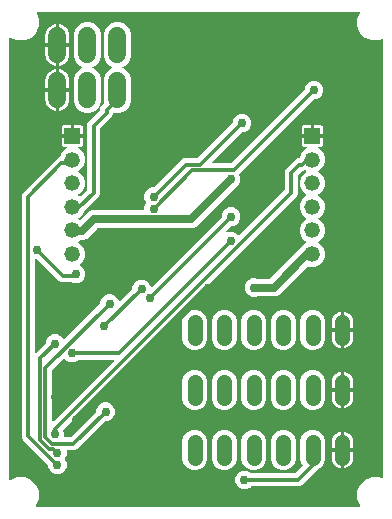
<source format=gbr>
G04 EAGLE Gerber X2 export*
%TF.Part,Single*%
%TF.FileFunction,Copper,L2,Bot,Mixed*%
%TF.FilePolarity,Positive*%
%TF.GenerationSoftware,Autodesk,EAGLE,9.1.0*%
%TF.CreationDate,2018-11-25T22:57:03Z*%
G75*
%MOMM*%
%FSLAX34Y34*%
%LPD*%
%AMOC8*
5,1,8,0,0,1.08239X$1,22.5*%
G01*
%ADD10R,1.320800X1.320800*%
%ADD11C,1.320800*%
%ADD12C,1.308000*%
%ADD13C,1.524000*%
%ADD14C,0.756400*%
%ADD15C,0.700000*%
%ADD16C,0.300000*%

G36*
X306632Y10172D02*
X306632Y10172D01*
X306704Y10174D01*
X306752Y10192D01*
X306804Y10200D01*
X306867Y10234D01*
X306935Y10259D01*
X306975Y10291D01*
X307021Y10316D01*
X307071Y10368D01*
X307127Y10412D01*
X307155Y10456D01*
X307190Y10494D01*
X307221Y10559D01*
X307259Y10619D01*
X307272Y10670D01*
X307294Y10717D01*
X307302Y10788D01*
X307320Y10858D01*
X307315Y10910D01*
X307321Y10961D01*
X307306Y11032D01*
X307300Y11103D01*
X307280Y11151D01*
X307269Y11202D01*
X307232Y11263D01*
X307204Y11329D01*
X307159Y11385D01*
X307157Y11390D01*
X304839Y16984D01*
X304839Y23016D01*
X307147Y28588D01*
X311412Y32853D01*
X316984Y35161D01*
X323016Y35161D01*
X325687Y34054D01*
X325731Y34044D01*
X325773Y34025D01*
X325850Y34016D01*
X325926Y33998D01*
X325972Y34002D01*
X326017Y33997D01*
X326094Y34014D01*
X326171Y34021D01*
X326213Y34040D01*
X326258Y34050D01*
X326325Y34090D01*
X326396Y34121D01*
X326430Y34152D01*
X326469Y34176D01*
X326520Y34235D01*
X326577Y34288D01*
X326599Y34328D01*
X326629Y34363D01*
X326658Y34435D01*
X326695Y34503D01*
X326704Y34548D01*
X326721Y34591D01*
X326736Y34727D01*
X326739Y34745D01*
X326738Y34750D01*
X326739Y34758D01*
X326739Y405242D01*
X326732Y405288D01*
X326734Y405334D01*
X326712Y405408D01*
X326700Y405485D01*
X326678Y405526D01*
X326665Y405570D01*
X326621Y405634D01*
X326584Y405702D01*
X326551Y405734D01*
X326525Y405772D01*
X326462Y405818D01*
X326406Y405872D01*
X326364Y405891D01*
X326328Y405919D01*
X326254Y405943D01*
X326183Y405975D01*
X326137Y405981D01*
X326094Y405995D01*
X326016Y405994D01*
X325939Y406003D01*
X325894Y405993D01*
X325848Y405992D01*
X325716Y405954D01*
X325698Y405950D01*
X325694Y405948D01*
X325687Y405946D01*
X323016Y404839D01*
X316984Y404839D01*
X311412Y407147D01*
X307147Y411412D01*
X304839Y416984D01*
X304839Y423016D01*
X306816Y427787D01*
X306826Y427831D01*
X306845Y427873D01*
X306854Y427950D01*
X306872Y428026D01*
X306867Y428072D01*
X306872Y428117D01*
X306856Y428194D01*
X306849Y428271D01*
X306830Y428313D01*
X306820Y428358D01*
X306780Y428425D01*
X306749Y428496D01*
X306718Y428530D01*
X306694Y428569D01*
X306635Y428620D01*
X306582Y428677D01*
X306542Y428699D01*
X306507Y428729D01*
X306435Y428758D01*
X306367Y428795D01*
X306322Y428804D01*
X306279Y428821D01*
X306143Y428836D01*
X306125Y428839D01*
X306120Y428838D01*
X306112Y428839D01*
X33888Y428839D01*
X33843Y428832D01*
X33797Y428834D01*
X33722Y428812D01*
X33645Y428800D01*
X33605Y428778D01*
X33560Y428765D01*
X33496Y428721D01*
X33428Y428684D01*
X33396Y428651D01*
X33358Y428625D01*
X33312Y428562D01*
X33258Y428506D01*
X33239Y428464D01*
X33212Y428428D01*
X33187Y428354D01*
X33155Y428283D01*
X33150Y428237D01*
X33135Y428194D01*
X33136Y428116D01*
X33128Y428039D01*
X33137Y427994D01*
X33138Y427948D01*
X33176Y427816D01*
X33180Y427798D01*
X33182Y427794D01*
X33184Y427787D01*
X35161Y423016D01*
X35161Y416984D01*
X32853Y411412D01*
X28588Y407147D01*
X23016Y404839D01*
X16984Y404839D01*
X11383Y407160D01*
X11350Y407190D01*
X11303Y407212D01*
X11261Y407243D01*
X11192Y407264D01*
X11127Y407294D01*
X11075Y407300D01*
X11026Y407315D01*
X10954Y407313D01*
X10883Y407321D01*
X10832Y407310D01*
X10780Y407309D01*
X10712Y407284D01*
X10642Y407269D01*
X10598Y407242D01*
X10549Y407224D01*
X10493Y407180D01*
X10431Y407143D01*
X10397Y407103D01*
X10357Y407071D01*
X10318Y407010D01*
X10271Y406956D01*
X10252Y406908D01*
X10224Y406864D01*
X10206Y406794D01*
X10179Y406728D01*
X10171Y406657D01*
X10163Y406625D01*
X10165Y406602D01*
X10161Y406561D01*
X10161Y33439D01*
X10172Y33368D01*
X10174Y33296D01*
X10192Y33248D01*
X10200Y33196D01*
X10234Y33133D01*
X10259Y33065D01*
X10291Y33025D01*
X10316Y32979D01*
X10368Y32929D01*
X10412Y32873D01*
X10456Y32845D01*
X10494Y32810D01*
X10559Y32779D01*
X10619Y32741D01*
X10670Y32728D01*
X10717Y32706D01*
X10788Y32698D01*
X10858Y32680D01*
X10910Y32685D01*
X10961Y32679D01*
X11032Y32694D01*
X11103Y32700D01*
X11151Y32720D01*
X11202Y32731D01*
X11263Y32768D01*
X11329Y32796D01*
X11385Y32841D01*
X11390Y32843D01*
X16984Y35161D01*
X23016Y35161D01*
X28588Y32853D01*
X32853Y28588D01*
X35161Y23016D01*
X35161Y16984D01*
X32840Y11383D01*
X32810Y11350D01*
X32788Y11303D01*
X32757Y11261D01*
X32736Y11192D01*
X32706Y11127D01*
X32700Y11075D01*
X32685Y11026D01*
X32687Y10954D01*
X32679Y10883D01*
X32690Y10832D01*
X32691Y10780D01*
X32716Y10712D01*
X32731Y10642D01*
X32758Y10598D01*
X32776Y10549D01*
X32820Y10493D01*
X32857Y10431D01*
X32897Y10397D01*
X32929Y10357D01*
X32990Y10318D01*
X33044Y10271D01*
X33092Y10252D01*
X33136Y10224D01*
X33206Y10206D01*
X33272Y10179D01*
X33343Y10171D01*
X33375Y10163D01*
X33398Y10165D01*
X33439Y10161D01*
X306561Y10161D01*
X306632Y10172D01*
G37*
%LPC*%
G36*
X49334Y37393D02*
X49334Y37393D01*
X46450Y38588D01*
X44243Y40795D01*
X43048Y43679D01*
X43048Y44902D01*
X43034Y44992D01*
X43026Y45083D01*
X43014Y45112D01*
X43009Y45144D01*
X42966Y45225D01*
X42930Y45309D01*
X42904Y45341D01*
X42893Y45362D01*
X42870Y45384D01*
X42825Y45440D01*
X21295Y66970D01*
X20448Y69015D01*
X20448Y273678D01*
X21295Y275723D01*
X51136Y305564D01*
X52612Y306175D01*
X52689Y306223D01*
X52771Y306264D01*
X52793Y306287D01*
X52821Y306304D01*
X52879Y306375D01*
X52943Y306440D01*
X52963Y306476D01*
X52978Y306494D01*
X52989Y306524D01*
X53024Y306587D01*
X54455Y310043D01*
X57457Y313045D01*
X58292Y313391D01*
X58375Y313442D01*
X58461Y313488D01*
X58479Y313506D01*
X58501Y313520D01*
X58564Y313596D01*
X58631Y313666D01*
X58642Y313690D01*
X58658Y313710D01*
X58693Y313801D01*
X58734Y313889D01*
X58737Y313915D01*
X58746Y313939D01*
X58751Y314037D01*
X58761Y314133D01*
X58756Y314159D01*
X58757Y314185D01*
X58730Y314279D01*
X58709Y314374D01*
X58696Y314396D01*
X58688Y314421D01*
X58633Y314501D01*
X58583Y314585D01*
X58563Y314602D01*
X58548Y314623D01*
X58470Y314682D01*
X58396Y314745D01*
X58372Y314755D01*
X58351Y314770D01*
X58258Y314800D01*
X58168Y314837D01*
X58135Y314840D01*
X58117Y314846D01*
X58084Y314846D01*
X58001Y314855D01*
X56562Y314855D01*
X55915Y315028D01*
X55336Y315363D01*
X54863Y315836D01*
X54528Y316415D01*
X54355Y317062D01*
X54355Y322477D01*
X62738Y322477D01*
X62758Y322480D01*
X62777Y322478D01*
X62879Y322500D01*
X62981Y322517D01*
X62998Y322526D01*
X63018Y322530D01*
X63107Y322583D01*
X63198Y322632D01*
X63212Y322646D01*
X63229Y322656D01*
X63296Y322735D01*
X63367Y322810D01*
X63376Y322828D01*
X63389Y322843D01*
X63427Y322939D01*
X63471Y323033D01*
X63473Y323053D01*
X63481Y323071D01*
X63499Y323238D01*
X63499Y324001D01*
X63501Y324001D01*
X63501Y323238D01*
X63504Y323218D01*
X63502Y323199D01*
X63524Y323097D01*
X63541Y322995D01*
X63550Y322978D01*
X63554Y322958D01*
X63607Y322869D01*
X63656Y322778D01*
X63670Y322764D01*
X63680Y322747D01*
X63759Y322680D01*
X63834Y322609D01*
X63852Y322600D01*
X63867Y322587D01*
X63963Y322548D01*
X64057Y322505D01*
X64077Y322503D01*
X64095Y322495D01*
X64262Y322477D01*
X72645Y322477D01*
X72645Y317062D01*
X72472Y316415D01*
X72137Y315836D01*
X71664Y315363D01*
X71085Y315028D01*
X70438Y314855D01*
X68999Y314855D01*
X68903Y314840D01*
X68806Y314830D01*
X68782Y314820D01*
X68756Y314816D01*
X68670Y314770D01*
X68581Y314730D01*
X68562Y314713D01*
X68539Y314700D01*
X68472Y314630D01*
X68400Y314564D01*
X68387Y314541D01*
X68369Y314522D01*
X68328Y314434D01*
X68281Y314348D01*
X68277Y314323D01*
X68266Y314299D01*
X68255Y314202D01*
X68238Y314106D01*
X68242Y314080D01*
X68239Y314055D01*
X68259Y313960D01*
X68273Y313863D01*
X68285Y313840D01*
X68291Y313814D01*
X68341Y313730D01*
X68385Y313644D01*
X68404Y313626D01*
X68417Y313603D01*
X68491Y313540D01*
X68561Y313472D01*
X68589Y313456D01*
X68604Y313443D01*
X68635Y313431D01*
X68708Y313391D01*
X69543Y313045D01*
X72545Y310043D01*
X74169Y306122D01*
X74169Y301878D01*
X72545Y297957D01*
X69543Y294955D01*
X68935Y294703D01*
X68874Y294666D01*
X68808Y294636D01*
X68770Y294601D01*
X68726Y294574D01*
X68680Y294518D01*
X68627Y294470D01*
X68602Y294424D01*
X68569Y294384D01*
X68543Y294317D01*
X68508Y294254D01*
X68499Y294203D01*
X68480Y294155D01*
X68477Y294083D01*
X68465Y294012D01*
X68472Y293961D01*
X68470Y293909D01*
X68490Y293840D01*
X68500Y293769D01*
X68524Y293723D01*
X68539Y293673D01*
X68579Y293614D01*
X68612Y293550D01*
X68649Y293513D01*
X68679Y293471D01*
X68736Y293428D01*
X68788Y293378D01*
X68850Y293343D01*
X68876Y293324D01*
X68899Y293317D01*
X68935Y293297D01*
X69543Y293045D01*
X72545Y290043D01*
X74169Y286122D01*
X74169Y281878D01*
X72545Y277957D01*
X69543Y274955D01*
X68935Y274703D01*
X68874Y274666D01*
X68808Y274636D01*
X68770Y274601D01*
X68726Y274574D01*
X68680Y274518D01*
X68627Y274470D01*
X68602Y274424D01*
X68569Y274384D01*
X68543Y274317D01*
X68508Y274254D01*
X68499Y274203D01*
X68480Y274155D01*
X68477Y274083D01*
X68465Y274012D01*
X68472Y273961D01*
X68470Y273909D01*
X68490Y273840D01*
X68500Y273769D01*
X68524Y273723D01*
X68539Y273673D01*
X68579Y273614D01*
X68612Y273550D01*
X68649Y273513D01*
X68679Y273471D01*
X68736Y273428D01*
X68788Y273378D01*
X68850Y273343D01*
X68876Y273324D01*
X68899Y273317D01*
X68935Y273297D01*
X69543Y273045D01*
X69555Y273033D01*
X69571Y273021D01*
X69583Y273006D01*
X69671Y272950D01*
X69754Y272890D01*
X69773Y272884D01*
X69790Y272873D01*
X69891Y272848D01*
X69990Y272817D01*
X70010Y272818D01*
X70029Y272813D01*
X70132Y272821D01*
X70235Y272824D01*
X70254Y272830D01*
X70274Y272832D01*
X70369Y272872D01*
X70466Y272908D01*
X70482Y272920D01*
X70500Y272928D01*
X70631Y273033D01*
X75644Y278046D01*
X75697Y278120D01*
X75757Y278189D01*
X75769Y278220D01*
X75788Y278246D01*
X75815Y278333D01*
X75849Y278418D01*
X75853Y278459D01*
X75860Y278481D01*
X75859Y278513D01*
X75867Y278584D01*
X75867Y333621D01*
X76714Y335666D01*
X78387Y337339D01*
X86954Y345906D01*
X87007Y345980D01*
X87067Y346049D01*
X87079Y346080D01*
X87098Y346106D01*
X87125Y346193D01*
X87159Y346278D01*
X87163Y346319D01*
X87170Y346341D01*
X87169Y346373D01*
X87177Y346444D01*
X87177Y347193D01*
X88024Y349238D01*
X89697Y350911D01*
X90091Y351304D01*
X90158Y351398D01*
X90229Y351493D01*
X90231Y351499D01*
X90234Y351504D01*
X90268Y351615D01*
X90305Y351727D01*
X90305Y351733D01*
X90307Y351739D01*
X90304Y351856D01*
X90302Y351973D01*
X90300Y351980D01*
X90300Y351985D01*
X90294Y352003D01*
X90256Y352134D01*
X89915Y352956D01*
X89915Y372844D01*
X91694Y377139D01*
X94981Y380426D01*
X96963Y381247D01*
X97024Y381285D01*
X97089Y381314D01*
X97128Y381349D01*
X97172Y381376D01*
X97218Y381432D01*
X97270Y381480D01*
X97296Y381526D01*
X97329Y381566D01*
X97354Y381633D01*
X97389Y381696D01*
X97398Y381747D01*
X97417Y381795D01*
X97420Y381867D01*
X97433Y381938D01*
X97425Y381989D01*
X97427Y382041D01*
X97407Y382110D01*
X97397Y382181D01*
X97373Y382227D01*
X97359Y382277D01*
X97318Y382336D01*
X97285Y382400D01*
X97248Y382437D01*
X97219Y382479D01*
X97161Y382522D01*
X97110Y382572D01*
X97047Y382607D01*
X97021Y382626D01*
X96999Y382633D01*
X96963Y382653D01*
X94981Y383474D01*
X91694Y386761D01*
X89915Y391056D01*
X89915Y410944D01*
X91694Y415239D01*
X94981Y418526D01*
X99276Y420305D01*
X103924Y420305D01*
X108219Y418526D01*
X111506Y415239D01*
X113285Y410944D01*
X113285Y391056D01*
X111506Y386761D01*
X108219Y383474D01*
X106237Y382653D01*
X106176Y382615D01*
X106111Y382586D01*
X106072Y382551D01*
X106028Y382524D01*
X105982Y382468D01*
X105930Y382420D01*
X105904Y382374D01*
X105871Y382334D01*
X105846Y382267D01*
X105811Y382204D01*
X105802Y382153D01*
X105783Y382105D01*
X105780Y382033D01*
X105767Y381962D01*
X105775Y381911D01*
X105773Y381859D01*
X105793Y381790D01*
X105803Y381719D01*
X105827Y381673D01*
X105841Y381623D01*
X105882Y381564D01*
X105915Y381500D01*
X105952Y381463D01*
X105981Y381421D01*
X106039Y381378D01*
X106090Y381328D01*
X106153Y381293D01*
X106179Y381274D01*
X106201Y381267D01*
X106237Y381247D01*
X108219Y380426D01*
X111506Y377139D01*
X113285Y372844D01*
X113285Y352956D01*
X111506Y348661D01*
X108219Y345374D01*
X103924Y343595D01*
X99230Y343595D01*
X99196Y343599D01*
X99120Y343617D01*
X99074Y343613D01*
X99029Y343618D01*
X98952Y343601D01*
X98875Y343594D01*
X98833Y343575D01*
X98788Y343565D01*
X98721Y343525D01*
X98650Y343494D01*
X98617Y343463D01*
X98577Y343439D01*
X98526Y343380D01*
X98469Y343327D01*
X98447Y343287D01*
X98417Y343252D01*
X98388Y343180D01*
X98351Y343112D01*
X98342Y343067D01*
X98325Y343024D01*
X98310Y342888D01*
X98307Y342870D01*
X98308Y342865D01*
X98307Y342857D01*
X98307Y342717D01*
X97460Y340672D01*
X87220Y330432D01*
X87167Y330358D01*
X87131Y330317D01*
X87128Y330314D01*
X87128Y330313D01*
X87107Y330289D01*
X87095Y330258D01*
X87076Y330232D01*
X87049Y330145D01*
X87044Y330132D01*
X87025Y330091D01*
X87024Y330082D01*
X87015Y330060D01*
X87011Y330019D01*
X87004Y329997D01*
X87005Y329965D01*
X86997Y329894D01*
X86997Y274857D01*
X86150Y272812D01*
X73816Y260478D01*
X73536Y260198D01*
X73497Y260145D01*
X73451Y260098D01*
X73411Y260025D01*
X73392Y259998D01*
X73386Y259980D01*
X73371Y259951D01*
X72545Y257957D01*
X69543Y254955D01*
X68935Y254703D01*
X68874Y254666D01*
X68808Y254636D01*
X68770Y254601D01*
X68726Y254574D01*
X68680Y254518D01*
X68627Y254470D01*
X68602Y254424D01*
X68569Y254384D01*
X68543Y254317D01*
X68508Y254254D01*
X68499Y254203D01*
X68480Y254155D01*
X68477Y254083D01*
X68465Y254012D01*
X68472Y253961D01*
X68470Y253909D01*
X68490Y253840D01*
X68500Y253769D01*
X68524Y253723D01*
X68539Y253673D01*
X68579Y253614D01*
X68612Y253550D01*
X68649Y253513D01*
X68679Y253471D01*
X68736Y253428D01*
X68788Y253378D01*
X68850Y253343D01*
X68876Y253324D01*
X68899Y253317D01*
X68935Y253297D01*
X69629Y253009D01*
X69650Y252994D01*
X69669Y252988D01*
X69686Y252977D01*
X69786Y252952D01*
X69885Y252922D01*
X69905Y252922D01*
X69925Y252917D01*
X70027Y252925D01*
X70130Y252928D01*
X70150Y252935D01*
X70170Y252936D01*
X70264Y252976D01*
X70362Y253012D01*
X70378Y253025D01*
X70396Y253032D01*
X70527Y253137D01*
X77147Y259757D01*
X79927Y260909D01*
X123719Y260909D01*
X123739Y260912D01*
X123758Y260910D01*
X123860Y260932D01*
X123962Y260948D01*
X123979Y260958D01*
X123999Y260962D01*
X124088Y261015D01*
X124179Y261064D01*
X124193Y261078D01*
X124210Y261088D01*
X124277Y261167D01*
X124349Y261242D01*
X124357Y261260D01*
X124370Y261275D01*
X124409Y261371D01*
X124452Y261465D01*
X124454Y261485D01*
X124462Y261503D01*
X124480Y261670D01*
X124480Y263953D01*
X125675Y266837D01*
X125781Y266943D01*
X125793Y266959D01*
X125808Y266972D01*
X125839Y267019D01*
X125854Y267035D01*
X125867Y267062D01*
X125925Y267143D01*
X125931Y267162D01*
X125941Y267179D01*
X125967Y267279D01*
X125997Y267378D01*
X125997Y267398D01*
X126002Y267417D01*
X125993Y267520D01*
X125991Y267624D01*
X125984Y267643D01*
X125982Y267662D01*
X125942Y267758D01*
X125906Y267855D01*
X125894Y267870D01*
X125886Y267889D01*
X125781Y268020D01*
X125675Y268126D01*
X124480Y271010D01*
X124480Y274132D01*
X125675Y277016D01*
X127882Y279223D01*
X130766Y280418D01*
X131989Y280418D01*
X132079Y280432D01*
X132170Y280440D01*
X132199Y280452D01*
X132231Y280457D01*
X132312Y280500D01*
X132396Y280536D01*
X132428Y280562D01*
X132449Y280573D01*
X132471Y280596D01*
X132527Y280641D01*
X156319Y304433D01*
X158364Y305280D01*
X169292Y305280D01*
X169382Y305294D01*
X169473Y305302D01*
X169502Y305314D01*
X169534Y305319D01*
X169615Y305362D01*
X169699Y305398D01*
X169731Y305424D01*
X169752Y305435D01*
X169774Y305458D01*
X169830Y305503D01*
X198903Y334576D01*
X198956Y334650D01*
X199016Y334719D01*
X199028Y334750D01*
X199047Y334776D01*
X199074Y334863D01*
X199108Y334948D01*
X199112Y334989D01*
X199119Y335011D01*
X199118Y335043D01*
X199126Y335114D01*
X199126Y336337D01*
X200321Y339221D01*
X202528Y341428D01*
X205412Y342623D01*
X208534Y342623D01*
X211418Y341428D01*
X213625Y339221D01*
X214820Y336337D01*
X214820Y333215D01*
X213625Y330331D01*
X211418Y328124D01*
X208534Y326929D01*
X207311Y326929D01*
X207221Y326915D01*
X207130Y326907D01*
X207101Y326895D01*
X207069Y326890D01*
X206988Y326847D01*
X206904Y326811D01*
X206872Y326785D01*
X206851Y326774D01*
X206829Y326751D01*
X206773Y326706D01*
X182122Y302055D01*
X182080Y301997D01*
X182031Y301945D01*
X182009Y301898D01*
X181978Y301856D01*
X181957Y301787D01*
X181927Y301722D01*
X181921Y301670D01*
X181906Y301620D01*
X181908Y301549D01*
X181900Y301478D01*
X181911Y301427D01*
X181912Y301375D01*
X181937Y301307D01*
X181952Y301237D01*
X181979Y301193D01*
X181997Y301144D01*
X182042Y301088D01*
X182078Y301026D01*
X182118Y300992D01*
X182151Y300952D01*
X182211Y300913D01*
X182265Y300866D01*
X182314Y300847D01*
X182358Y300819D01*
X182427Y300801D01*
X182494Y300774D01*
X182565Y300766D01*
X182596Y300758D01*
X182619Y300760D01*
X182660Y300756D01*
X197567Y300756D01*
X197657Y300770D01*
X197748Y300778D01*
X197777Y300790D01*
X197809Y300795D01*
X197890Y300838D01*
X197974Y300874D01*
X198006Y300900D01*
X198027Y300911D01*
X198049Y300934D01*
X198105Y300979D01*
X259977Y362851D01*
X260020Y362911D01*
X260060Y362953D01*
X260067Y362968D01*
X260090Y362994D01*
X260102Y363025D01*
X260121Y363051D01*
X260148Y363138D01*
X260159Y363165D01*
X260164Y363176D01*
X260164Y363178D01*
X260182Y363223D01*
X260186Y363264D01*
X260193Y363286D01*
X260192Y363318D01*
X260200Y363389D01*
X260200Y364612D01*
X261395Y367496D01*
X263602Y369703D01*
X266486Y370898D01*
X269608Y370898D01*
X272492Y369703D01*
X274699Y367496D01*
X275894Y364612D01*
X275894Y361490D01*
X274699Y358606D01*
X272492Y356399D01*
X269608Y355204D01*
X268385Y355204D01*
X268295Y355190D01*
X268204Y355182D01*
X268175Y355170D01*
X268143Y355165D01*
X268062Y355122D01*
X267978Y355086D01*
X267946Y355060D01*
X267925Y355049D01*
X267903Y355026D01*
X267847Y354981D01*
X205012Y292146D01*
X204939Y292073D01*
X204871Y291978D01*
X204801Y291885D01*
X204799Y291879D01*
X204795Y291874D01*
X204761Y291762D01*
X204725Y291651D01*
X204725Y291644D01*
X204723Y291639D01*
X204726Y291522D01*
X204727Y291405D01*
X204729Y291398D01*
X204729Y291393D01*
X204736Y291375D01*
X204774Y291244D01*
X205772Y288835D01*
X205772Y285713D01*
X204577Y282829D01*
X202370Y280622D01*
X201829Y280398D01*
X201773Y280363D01*
X201713Y280338D01*
X201648Y280286D01*
X201620Y280268D01*
X201607Y280253D01*
X201582Y280233D01*
X170515Y249166D01*
X168280Y246931D01*
X165500Y245779D01*
X84881Y245779D01*
X84791Y245765D01*
X84700Y245757D01*
X84670Y245745D01*
X84638Y245740D01*
X84557Y245697D01*
X84473Y245661D01*
X84441Y245635D01*
X84421Y245624D01*
X84398Y245601D01*
X84342Y245556D01*
X75538Y236752D01*
X72758Y235600D01*
X70503Y235600D01*
X70413Y235586D01*
X70322Y235578D01*
X70293Y235566D01*
X70261Y235561D01*
X70180Y235518D01*
X70096Y235482D01*
X70064Y235456D01*
X70043Y235445D01*
X70021Y235422D01*
X69965Y235377D01*
X69543Y234955D01*
X68935Y234703D01*
X68874Y234666D01*
X68808Y234636D01*
X68770Y234601D01*
X68726Y234574D01*
X68680Y234518D01*
X68627Y234470D01*
X68602Y234424D01*
X68569Y234384D01*
X68543Y234317D01*
X68508Y234254D01*
X68499Y234203D01*
X68480Y234155D01*
X68477Y234083D01*
X68465Y234012D01*
X68472Y233961D01*
X68470Y233909D01*
X68490Y233840D01*
X68500Y233769D01*
X68524Y233723D01*
X68539Y233673D01*
X68579Y233614D01*
X68612Y233550D01*
X68649Y233513D01*
X68679Y233471D01*
X68736Y233428D01*
X68788Y233378D01*
X68850Y233343D01*
X68876Y233324D01*
X68899Y233317D01*
X68935Y233297D01*
X69543Y233045D01*
X72545Y230043D01*
X74169Y226122D01*
X74169Y221878D01*
X72545Y217957D01*
X69886Y215298D01*
X69859Y215261D01*
X69825Y215230D01*
X69788Y215161D01*
X69742Y215098D01*
X69729Y215054D01*
X69707Y215014D01*
X69693Y214937D01*
X69670Y214863D01*
X69671Y214817D01*
X69663Y214772D01*
X69674Y214695D01*
X69676Y214617D01*
X69692Y214574D01*
X69699Y214529D01*
X69734Y214459D01*
X69761Y214386D01*
X69789Y214350D01*
X69810Y214309D01*
X69866Y214255D01*
X69914Y214194D01*
X69953Y214169D01*
X69986Y214137D01*
X70106Y214071D01*
X70121Y214061D01*
X70126Y214060D01*
X70133Y214056D01*
X71174Y213625D01*
X73381Y211418D01*
X74576Y208534D01*
X74576Y205412D01*
X73381Y202528D01*
X71174Y200321D01*
X68290Y199126D01*
X65168Y199126D01*
X62529Y200219D01*
X62466Y200234D01*
X62405Y200259D01*
X62322Y200268D01*
X62290Y200275D01*
X62271Y200274D01*
X62238Y200277D01*
X54312Y200277D01*
X52267Y201124D01*
X34130Y219261D01*
X34056Y219314D01*
X33987Y219374D01*
X33956Y219386D01*
X33930Y219405D01*
X33843Y219432D01*
X33758Y219466D01*
X33717Y219470D01*
X33695Y219477D01*
X33663Y219476D01*
X33592Y219484D01*
X32339Y219484D01*
X32319Y219481D01*
X32300Y219483D01*
X32198Y219461D01*
X32096Y219445D01*
X32079Y219435D01*
X32059Y219431D01*
X31970Y219378D01*
X31879Y219329D01*
X31865Y219315D01*
X31848Y219305D01*
X31781Y219226D01*
X31709Y219151D01*
X31701Y219133D01*
X31688Y219118D01*
X31649Y219022D01*
X31606Y218928D01*
X31604Y218908D01*
X31596Y218890D01*
X31578Y218723D01*
X31578Y140813D01*
X31589Y140743D01*
X31591Y140671D01*
X31609Y140622D01*
X31617Y140571D01*
X31651Y140507D01*
X31676Y140440D01*
X31708Y140399D01*
X31733Y140353D01*
X31785Y140304D01*
X31829Y140248D01*
X31873Y140220D01*
X31911Y140184D01*
X31976Y140154D01*
X32036Y140115D01*
X32087Y140102D01*
X32134Y140080D01*
X32205Y140072D01*
X32275Y140055D01*
X32327Y140059D01*
X32378Y140053D01*
X32449Y140068D01*
X32520Y140074D01*
X32568Y140094D01*
X32619Y140105D01*
X32680Y140142D01*
X32746Y140170D01*
X32802Y140215D01*
X32830Y140231D01*
X32845Y140249D01*
X32877Y140275D01*
X40563Y147961D01*
X40616Y148035D01*
X40676Y148104D01*
X40688Y148135D01*
X40707Y148161D01*
X40734Y148248D01*
X40768Y148333D01*
X40772Y148374D01*
X40779Y148396D01*
X40778Y148428D01*
X40786Y148499D01*
X40786Y149722D01*
X41981Y152606D01*
X44188Y154813D01*
X47072Y156008D01*
X50194Y156008D01*
X53078Y154813D01*
X55285Y152606D01*
X55542Y151987D01*
X55566Y151948D01*
X55581Y151905D01*
X55630Y151844D01*
X55671Y151778D01*
X55706Y151748D01*
X55735Y151713D01*
X55801Y151671D01*
X55861Y151621D01*
X55903Y151604D01*
X55942Y151580D01*
X56018Y151561D01*
X56090Y151533D01*
X56136Y151531D01*
X56181Y151520D01*
X56258Y151526D01*
X56336Y151522D01*
X56380Y151535D01*
X56426Y151539D01*
X56497Y151569D01*
X56572Y151591D01*
X56610Y151617D01*
X56652Y151635D01*
X56759Y151720D01*
X56774Y151731D01*
X56777Y151735D01*
X56783Y151740D01*
X86934Y181891D01*
X86987Y181965D01*
X87047Y182034D01*
X87059Y182065D01*
X87078Y182091D01*
X87105Y182178D01*
X87139Y182263D01*
X87143Y182304D01*
X87150Y182326D01*
X87149Y182358D01*
X87157Y182429D01*
X87157Y183652D01*
X88352Y186536D01*
X90559Y188743D01*
X93443Y189938D01*
X96565Y189938D01*
X99449Y188743D01*
X101656Y186536D01*
X102575Y184317D01*
X102599Y184278D01*
X102615Y184235D01*
X102664Y184174D01*
X102705Y184108D01*
X102740Y184079D01*
X102769Y184043D01*
X102834Y184001D01*
X102894Y183951D01*
X102937Y183935D01*
X102976Y183910D01*
X103051Y183891D01*
X103124Y183863D01*
X103170Y183861D01*
X103214Y183850D01*
X103292Y183856D01*
X103370Y183853D01*
X103414Y183866D01*
X103459Y183869D01*
X103531Y183900D01*
X103606Y183921D01*
X103643Y183948D01*
X103686Y183966D01*
X103792Y184051D01*
X103808Y184062D01*
X103811Y184066D01*
X103817Y184070D01*
X114078Y194332D01*
X114131Y194406D01*
X114191Y194475D01*
X114203Y194506D01*
X114222Y194532D01*
X114249Y194619D01*
X114283Y194704D01*
X114287Y194745D01*
X114294Y194767D01*
X114293Y194799D01*
X114301Y194870D01*
X114301Y196093D01*
X115496Y198977D01*
X117703Y201184D01*
X120587Y202379D01*
X123709Y202379D01*
X126593Y201184D01*
X128800Y198977D01*
X129719Y196758D01*
X129743Y196719D01*
X129759Y196676D01*
X129808Y196615D01*
X129849Y196549D01*
X129884Y196520D01*
X129913Y196484D01*
X129978Y196442D01*
X130038Y196392D01*
X130081Y196376D01*
X130120Y196351D01*
X130195Y196332D01*
X130268Y196304D01*
X130314Y196302D01*
X130358Y196291D01*
X130436Y196297D01*
X130514Y196294D01*
X130558Y196307D01*
X130603Y196310D01*
X130675Y196341D01*
X130750Y196362D01*
X130787Y196389D01*
X130830Y196407D01*
X130936Y196492D01*
X130952Y196503D01*
X130955Y196507D01*
X130961Y196511D01*
X189855Y255406D01*
X189908Y255480D01*
X189968Y255549D01*
X189980Y255580D01*
X189999Y255606D01*
X190026Y255693D01*
X190060Y255778D01*
X190064Y255819D01*
X190071Y255841D01*
X190070Y255873D01*
X190078Y255944D01*
X190078Y257167D01*
X191273Y260051D01*
X193480Y262258D01*
X196364Y263453D01*
X199486Y263453D01*
X202370Y262258D01*
X204577Y260051D01*
X205772Y257167D01*
X205772Y254045D01*
X204577Y251161D01*
X202370Y248954D01*
X199486Y247759D01*
X198263Y247759D01*
X198173Y247745D01*
X198082Y247737D01*
X198053Y247725D01*
X198021Y247720D01*
X197940Y247677D01*
X197856Y247641D01*
X197824Y247615D01*
X197803Y247604D01*
X197781Y247581D01*
X197725Y247536D01*
X193811Y243622D01*
X193766Y243560D01*
X193739Y243531D01*
X193732Y243517D01*
X193692Y243468D01*
X193683Y243444D01*
X193668Y243423D01*
X193639Y243330D01*
X193604Y243239D01*
X193603Y243213D01*
X193595Y243188D01*
X193598Y243090D01*
X193594Y242993D01*
X193601Y242968D01*
X193602Y242942D01*
X193635Y242850D01*
X193662Y242757D01*
X193677Y242735D01*
X193686Y242711D01*
X193747Y242635D01*
X193802Y242555D01*
X193823Y242539D01*
X193840Y242519D01*
X193922Y242466D01*
X194000Y242408D01*
X194025Y242400D01*
X194047Y242386D01*
X194141Y242362D01*
X194234Y242332D01*
X194260Y242332D01*
X194285Y242326D01*
X194382Y242333D01*
X194480Y242334D01*
X194511Y242343D01*
X194530Y242345D01*
X194561Y242358D01*
X194641Y242381D01*
X196364Y243095D01*
X199486Y243095D01*
X202370Y241900D01*
X204090Y240180D01*
X204106Y240168D01*
X204118Y240153D01*
X204206Y240097D01*
X204290Y240037D01*
X204309Y240031D01*
X204325Y240020D01*
X204426Y239995D01*
X204525Y239964D01*
X204545Y239965D01*
X204564Y239960D01*
X204667Y239968D01*
X204771Y239971D01*
X204789Y239977D01*
X204809Y239979D01*
X204904Y240019D01*
X205002Y240055D01*
X205017Y240068D01*
X205035Y240075D01*
X205166Y240180D01*
X243032Y278046D01*
X243085Y278120D01*
X243145Y278189D01*
X243157Y278220D01*
X243176Y278246D01*
X243203Y278333D01*
X243237Y278418D01*
X243241Y278459D01*
X243248Y278481D01*
X243247Y278513D01*
X243255Y278584D01*
X243255Y294036D01*
X244102Y296081D01*
X252454Y304433D01*
X254499Y305280D01*
X255248Y305280D01*
X255337Y305294D01*
X255428Y305301D01*
X255458Y305314D01*
X255490Y305319D01*
X255571Y305362D01*
X255655Y305398D01*
X255687Y305424D01*
X255708Y305435D01*
X255730Y305458D01*
X255755Y305478D01*
X255761Y305482D01*
X255764Y305485D01*
X255786Y305502D01*
X255808Y305525D01*
X255854Y305588D01*
X255877Y305613D01*
X255882Y305623D01*
X255921Y305668D01*
X255933Y305698D01*
X255952Y305724D01*
X255979Y305812D01*
X256013Y305897D01*
X256017Y305937D01*
X256024Y305959D01*
X256023Y305992D01*
X256031Y306063D01*
X256031Y306122D01*
X257655Y310043D01*
X260657Y313045D01*
X261492Y313391D01*
X261575Y313442D01*
X261661Y313488D01*
X261679Y313507D01*
X261701Y313520D01*
X261764Y313595D01*
X261831Y313666D01*
X261842Y313690D01*
X261858Y313710D01*
X261893Y313801D01*
X261934Y313889D01*
X261937Y313915D01*
X261947Y313939D01*
X261951Y314037D01*
X261961Y314133D01*
X261956Y314159D01*
X261957Y314185D01*
X261930Y314279D01*
X261909Y314374D01*
X261896Y314396D01*
X261888Y314421D01*
X261833Y314501D01*
X261783Y314585D01*
X261763Y314602D01*
X261748Y314623D01*
X261670Y314682D01*
X261596Y314745D01*
X261572Y314755D01*
X261551Y314770D01*
X261458Y314800D01*
X261368Y314837D01*
X261335Y314840D01*
X261317Y314846D01*
X261284Y314846D01*
X261201Y314855D01*
X259762Y314855D01*
X259115Y315028D01*
X258536Y315363D01*
X258063Y315836D01*
X257728Y316415D01*
X257555Y317062D01*
X257555Y322477D01*
X265938Y322477D01*
X265958Y322480D01*
X265977Y322478D01*
X266079Y322500D01*
X266181Y322517D01*
X266198Y322526D01*
X266218Y322530D01*
X266307Y322583D01*
X266398Y322632D01*
X266412Y322646D01*
X266429Y322656D01*
X266496Y322735D01*
X266567Y322810D01*
X266576Y322828D01*
X266589Y322843D01*
X266627Y322939D01*
X266671Y323033D01*
X266673Y323053D01*
X266681Y323071D01*
X266699Y323238D01*
X266699Y324001D01*
X266701Y324001D01*
X266701Y323238D01*
X266704Y323218D01*
X266702Y323199D01*
X266724Y323097D01*
X266741Y322995D01*
X266750Y322978D01*
X266754Y322958D01*
X266807Y322869D01*
X266856Y322778D01*
X266870Y322764D01*
X266880Y322747D01*
X266959Y322680D01*
X267034Y322609D01*
X267052Y322600D01*
X267067Y322587D01*
X267163Y322548D01*
X267257Y322505D01*
X267277Y322503D01*
X267295Y322495D01*
X267462Y322477D01*
X275845Y322477D01*
X275845Y317062D01*
X275672Y316415D01*
X275337Y315836D01*
X274864Y315363D01*
X274285Y315028D01*
X273638Y314855D01*
X272199Y314855D01*
X272103Y314840D01*
X272006Y314830D01*
X271982Y314820D01*
X271956Y314816D01*
X271870Y314770D01*
X271781Y314730D01*
X271762Y314713D01*
X271739Y314700D01*
X271672Y314630D01*
X271600Y314564D01*
X271587Y314541D01*
X271569Y314522D01*
X271528Y314434D01*
X271481Y314348D01*
X271477Y314323D01*
X271466Y314299D01*
X271455Y314202D01*
X271438Y314106D01*
X271442Y314080D01*
X271439Y314055D01*
X271459Y313960D01*
X271473Y313863D01*
X271485Y313840D01*
X271491Y313814D01*
X271541Y313730D01*
X271585Y313644D01*
X271604Y313626D01*
X271617Y313603D01*
X271691Y313540D01*
X271761Y313472D01*
X271789Y313456D01*
X271804Y313443D01*
X271835Y313431D01*
X271908Y313391D01*
X272743Y313045D01*
X275745Y310043D01*
X277369Y306122D01*
X277369Y301878D01*
X275745Y297957D01*
X272743Y294955D01*
X272135Y294703D01*
X272074Y294666D01*
X272008Y294636D01*
X271970Y294601D01*
X271926Y294574D01*
X271880Y294518D01*
X271827Y294470D01*
X271802Y294424D01*
X271769Y294384D01*
X271743Y294317D01*
X271708Y294254D01*
X271699Y294203D01*
X271680Y294155D01*
X271677Y294083D01*
X271665Y294012D01*
X271672Y293961D01*
X271670Y293909D01*
X271690Y293840D01*
X271700Y293769D01*
X271724Y293723D01*
X271739Y293673D01*
X271779Y293614D01*
X271812Y293550D01*
X271849Y293513D01*
X271879Y293471D01*
X271936Y293428D01*
X271988Y293378D01*
X272050Y293343D01*
X272076Y293324D01*
X272099Y293317D01*
X272135Y293297D01*
X272743Y293045D01*
X275745Y290043D01*
X277369Y286122D01*
X277369Y281878D01*
X275745Y277957D01*
X272743Y274955D01*
X272135Y274703D01*
X272074Y274666D01*
X272008Y274636D01*
X271970Y274601D01*
X271926Y274574D01*
X271880Y274518D01*
X271827Y274470D01*
X271802Y274424D01*
X271769Y274384D01*
X271743Y274317D01*
X271708Y274254D01*
X271699Y274203D01*
X271680Y274155D01*
X271677Y274083D01*
X271665Y274012D01*
X271672Y273961D01*
X271670Y273909D01*
X271690Y273840D01*
X271700Y273769D01*
X271724Y273723D01*
X271739Y273673D01*
X271779Y273614D01*
X271812Y273550D01*
X271849Y273513D01*
X271879Y273471D01*
X271936Y273428D01*
X271988Y273378D01*
X272050Y273343D01*
X272076Y273324D01*
X272099Y273317D01*
X272135Y273297D01*
X272743Y273045D01*
X275745Y270043D01*
X277369Y266122D01*
X277369Y261878D01*
X275745Y257957D01*
X272743Y254955D01*
X272135Y254703D01*
X272074Y254666D01*
X272008Y254636D01*
X271970Y254601D01*
X271926Y254574D01*
X271880Y254518D01*
X271827Y254470D01*
X271802Y254424D01*
X271769Y254384D01*
X271743Y254317D01*
X271708Y254254D01*
X271699Y254203D01*
X271680Y254155D01*
X271677Y254083D01*
X271665Y254012D01*
X271672Y253961D01*
X271670Y253909D01*
X271690Y253840D01*
X271700Y253769D01*
X271724Y253723D01*
X271739Y253673D01*
X271779Y253614D01*
X271812Y253550D01*
X271849Y253513D01*
X271879Y253471D01*
X271936Y253428D01*
X271988Y253378D01*
X272050Y253343D01*
X272076Y253324D01*
X272099Y253317D01*
X272135Y253297D01*
X272743Y253045D01*
X275745Y250043D01*
X277369Y246122D01*
X277369Y241878D01*
X275745Y237957D01*
X272743Y234955D01*
X272135Y234703D01*
X272074Y234666D01*
X272008Y234636D01*
X271970Y234601D01*
X271926Y234574D01*
X271880Y234518D01*
X271827Y234470D01*
X271802Y234424D01*
X271769Y234384D01*
X271743Y234317D01*
X271708Y234254D01*
X271699Y234203D01*
X271680Y234155D01*
X271677Y234083D01*
X271665Y234012D01*
X271672Y233961D01*
X271670Y233909D01*
X271690Y233840D01*
X271700Y233769D01*
X271724Y233723D01*
X271739Y233673D01*
X271779Y233614D01*
X271812Y233550D01*
X271849Y233513D01*
X271879Y233471D01*
X271936Y233428D01*
X271988Y233378D01*
X272050Y233343D01*
X272076Y233324D01*
X272099Y233317D01*
X272135Y233297D01*
X272743Y233045D01*
X275745Y230043D01*
X277369Y226122D01*
X277369Y221878D01*
X275745Y217957D01*
X272743Y214955D01*
X268822Y213331D01*
X264578Y213331D01*
X263567Y213750D01*
X263453Y213777D01*
X263340Y213805D01*
X263333Y213805D01*
X263327Y213806D01*
X263211Y213795D01*
X263094Y213786D01*
X263089Y213784D01*
X263082Y213783D01*
X262975Y213735D01*
X262868Y213690D01*
X262862Y213685D01*
X262858Y213683D01*
X262844Y213670D01*
X262737Y213585D01*
X238402Y189250D01*
X235622Y188098D01*
X219545Y188098D01*
X219480Y188088D01*
X219415Y188087D01*
X219335Y188064D01*
X219302Y188059D01*
X219285Y188049D01*
X219254Y188040D01*
X218713Y187816D01*
X215591Y187816D01*
X212707Y189011D01*
X210500Y191218D01*
X209305Y194102D01*
X209305Y197224D01*
X210500Y200108D01*
X212707Y202315D01*
X215591Y203510D01*
X218713Y203510D01*
X219254Y203286D01*
X219317Y203271D01*
X219378Y203246D01*
X219461Y203237D01*
X219493Y203230D01*
X219512Y203231D01*
X219545Y203228D01*
X230668Y203228D01*
X230758Y203242D01*
X230849Y203250D01*
X230879Y203262D01*
X230911Y203267D01*
X230992Y203310D01*
X231076Y203346D01*
X231108Y203372D01*
X231128Y203383D01*
X231151Y203406D01*
X231207Y203451D01*
X255872Y228116D01*
X257447Y229691D01*
X257485Y229744D01*
X257531Y229791D01*
X257571Y229864D01*
X257590Y229891D01*
X257596Y229909D01*
X257612Y229938D01*
X257656Y230043D01*
X260657Y233045D01*
X261265Y233297D01*
X261326Y233334D01*
X261392Y233364D01*
X261430Y233399D01*
X261475Y233426D01*
X261520Y233482D01*
X261573Y233530D01*
X261598Y233576D01*
X261631Y233616D01*
X261657Y233683D01*
X261692Y233746D01*
X261701Y233797D01*
X261720Y233845D01*
X261723Y233917D01*
X261735Y233988D01*
X261728Y234039D01*
X261730Y234091D01*
X261710Y234160D01*
X261700Y234231D01*
X261676Y234277D01*
X261661Y234327D01*
X261621Y234386D01*
X261588Y234450D01*
X261551Y234487D01*
X261521Y234529D01*
X261464Y234572D01*
X261412Y234622D01*
X261350Y234657D01*
X261324Y234676D01*
X261301Y234684D01*
X261265Y234703D01*
X260657Y234955D01*
X257655Y237957D01*
X256031Y241878D01*
X256031Y246122D01*
X257655Y250043D01*
X260657Y253045D01*
X261265Y253297D01*
X261326Y253334D01*
X261392Y253364D01*
X261430Y253399D01*
X261475Y253426D01*
X261520Y253482D01*
X261573Y253530D01*
X261598Y253576D01*
X261631Y253616D01*
X261657Y253683D01*
X261692Y253746D01*
X261701Y253797D01*
X261720Y253845D01*
X261723Y253917D01*
X261735Y253988D01*
X261728Y254039D01*
X261730Y254091D01*
X261710Y254160D01*
X261700Y254231D01*
X261676Y254277D01*
X261661Y254327D01*
X261621Y254386D01*
X261588Y254450D01*
X261551Y254487D01*
X261521Y254529D01*
X261464Y254572D01*
X261412Y254622D01*
X261350Y254657D01*
X261324Y254676D01*
X261301Y254684D01*
X261265Y254703D01*
X260657Y254955D01*
X257655Y257957D01*
X256031Y261878D01*
X256031Y266122D01*
X257655Y270043D01*
X260657Y273045D01*
X261265Y273297D01*
X261326Y273334D01*
X261392Y273364D01*
X261430Y273399D01*
X261475Y273426D01*
X261520Y273482D01*
X261573Y273530D01*
X261598Y273576D01*
X261631Y273616D01*
X261657Y273683D01*
X261692Y273746D01*
X261701Y273797D01*
X261720Y273845D01*
X261723Y273917D01*
X261735Y273988D01*
X261728Y274039D01*
X261730Y274091D01*
X261710Y274160D01*
X261700Y274231D01*
X261676Y274277D01*
X261661Y274327D01*
X261621Y274386D01*
X261588Y274450D01*
X261551Y274487D01*
X261521Y274529D01*
X261464Y274572D01*
X261412Y274622D01*
X261350Y274657D01*
X261324Y274676D01*
X261301Y274684D01*
X261265Y274703D01*
X260657Y274955D01*
X257655Y277957D01*
X256031Y281878D01*
X256031Y286122D01*
X257655Y290043D01*
X260657Y293045D01*
X261265Y293297D01*
X261326Y293335D01*
X261392Y293364D01*
X261430Y293399D01*
X261475Y293426D01*
X261520Y293482D01*
X261573Y293530D01*
X261598Y293576D01*
X261631Y293616D01*
X261657Y293683D01*
X261692Y293746D01*
X261701Y293797D01*
X261720Y293845D01*
X261723Y293917D01*
X261735Y293988D01*
X261728Y294039D01*
X261730Y294091D01*
X261710Y294160D01*
X261699Y294231D01*
X261676Y294277D01*
X261661Y294327D01*
X261620Y294386D01*
X261588Y294450D01*
X261551Y294487D01*
X261521Y294529D01*
X261464Y294572D01*
X261412Y294622D01*
X261350Y294657D01*
X261324Y294676D01*
X261302Y294683D01*
X261265Y294703D01*
X261079Y294781D01*
X260990Y294801D01*
X260903Y294830D01*
X260871Y294829D01*
X260840Y294837D01*
X260749Y294828D01*
X260658Y294827D01*
X260618Y294816D01*
X260595Y294814D01*
X260565Y294800D01*
X260496Y294781D01*
X258975Y294150D01*
X258226Y294150D01*
X258136Y294136D01*
X258045Y294128D01*
X258016Y294116D01*
X257984Y294111D01*
X257903Y294068D01*
X257819Y294032D01*
X257787Y294006D01*
X257766Y293995D01*
X257744Y293972D01*
X257688Y293927D01*
X254608Y290847D01*
X254555Y290773D01*
X254519Y290732D01*
X254516Y290729D01*
X254516Y290728D01*
X254495Y290704D01*
X254483Y290673D01*
X254464Y290647D01*
X254437Y290560D01*
X254432Y290547D01*
X254413Y290506D01*
X254412Y290497D01*
X254403Y290475D01*
X254399Y290434D01*
X254392Y290412D01*
X254393Y290380D01*
X254385Y290309D01*
X254385Y274857D01*
X253538Y272812D01*
X251865Y271139D01*
X55978Y75253D01*
X55911Y75159D01*
X55840Y75064D01*
X55838Y75058D01*
X55835Y75053D01*
X55801Y74942D01*
X55764Y74830D01*
X55764Y74824D01*
X55762Y74818D01*
X55765Y74701D01*
X55766Y74584D01*
X55769Y74577D01*
X55769Y74572D01*
X55775Y74554D01*
X55813Y74423D01*
X56480Y72814D01*
X56480Y69662D01*
X56483Y69642D01*
X56481Y69623D01*
X56503Y69521D01*
X56519Y69419D01*
X56529Y69402D01*
X56533Y69382D01*
X56586Y69293D01*
X56635Y69202D01*
X56649Y69188D01*
X56659Y69171D01*
X56738Y69104D01*
X56813Y69032D01*
X56831Y69024D01*
X56846Y69011D01*
X56942Y68972D01*
X57036Y68929D01*
X57056Y68927D01*
X57074Y68919D01*
X57241Y68901D01*
X61847Y68901D01*
X61937Y68915D01*
X62028Y68923D01*
X62057Y68935D01*
X62089Y68940D01*
X62170Y68983D01*
X62254Y69019D01*
X62286Y69045D01*
X62307Y69056D01*
X62329Y69079D01*
X62385Y69124D01*
X83541Y90280D01*
X83594Y90354D01*
X83654Y90423D01*
X83666Y90454D01*
X83685Y90480D01*
X83712Y90567D01*
X83746Y90652D01*
X83750Y90693D01*
X83757Y90715D01*
X83756Y90747D01*
X83764Y90818D01*
X83764Y92041D01*
X84959Y94925D01*
X87166Y97132D01*
X90050Y98327D01*
X93172Y98327D01*
X96056Y97132D01*
X98263Y94925D01*
X99458Y92041D01*
X99458Y88919D01*
X98263Y86035D01*
X96056Y83828D01*
X93172Y82633D01*
X91949Y82633D01*
X91859Y82619D01*
X91768Y82611D01*
X91739Y82599D01*
X91707Y82594D01*
X91626Y82551D01*
X91542Y82515D01*
X91510Y82489D01*
X91489Y82478D01*
X91467Y82455D01*
X91411Y82410D01*
X67619Y58618D01*
X65574Y57771D01*
X59503Y57771D01*
X59483Y57768D01*
X59464Y57770D01*
X59362Y57748D01*
X59260Y57732D01*
X59243Y57722D01*
X59223Y57718D01*
X59134Y57665D01*
X59043Y57616D01*
X59029Y57602D01*
X59012Y57592D01*
X58945Y57513D01*
X58873Y57438D01*
X58865Y57420D01*
X58852Y57405D01*
X58813Y57309D01*
X58770Y57215D01*
X58768Y57195D01*
X58760Y57177D01*
X58742Y57010D01*
X58742Y53858D01*
X57547Y50974D01*
X57441Y50868D01*
X57429Y50852D01*
X57414Y50839D01*
X57357Y50752D01*
X57297Y50668D01*
X57291Y50649D01*
X57281Y50632D01*
X57255Y50532D01*
X57225Y50433D01*
X57225Y50413D01*
X57220Y50394D01*
X57229Y50291D01*
X57231Y50187D01*
X57238Y50168D01*
X57240Y50148D01*
X57280Y50054D01*
X57316Y49956D01*
X57328Y49940D01*
X57336Y49922D01*
X57441Y49791D01*
X57547Y49685D01*
X58742Y46801D01*
X58742Y43679D01*
X57547Y40795D01*
X55340Y38588D01*
X52456Y37393D01*
X49334Y37393D01*
G37*
%LPD*%
%LPC*%
G36*
X73876Y343595D02*
X73876Y343595D01*
X69581Y345374D01*
X66294Y348661D01*
X64515Y352956D01*
X64515Y372844D01*
X66294Y377139D01*
X69581Y380426D01*
X71563Y381247D01*
X71624Y381285D01*
X71689Y381314D01*
X71728Y381349D01*
X71772Y381376D01*
X71818Y381432D01*
X71870Y381480D01*
X71896Y381526D01*
X71929Y381566D01*
X71954Y381633D01*
X71989Y381696D01*
X71998Y381747D01*
X72017Y381795D01*
X72020Y381867D01*
X72033Y381938D01*
X72025Y381989D01*
X72027Y382041D01*
X72007Y382110D01*
X71997Y382181D01*
X71973Y382227D01*
X71959Y382277D01*
X71918Y382336D01*
X71885Y382400D01*
X71848Y382437D01*
X71819Y382479D01*
X71761Y382522D01*
X71710Y382572D01*
X71647Y382607D01*
X71621Y382626D01*
X71599Y382633D01*
X71563Y382653D01*
X69581Y383474D01*
X66294Y386761D01*
X64515Y391056D01*
X64515Y410944D01*
X66294Y415239D01*
X69581Y418526D01*
X73876Y420305D01*
X78524Y420305D01*
X82819Y418526D01*
X86106Y415239D01*
X87885Y410944D01*
X87885Y391056D01*
X86106Y386761D01*
X82819Y383474D01*
X80837Y382653D01*
X80776Y382615D01*
X80711Y382586D01*
X80672Y382551D01*
X80628Y382524D01*
X80582Y382468D01*
X80530Y382420D01*
X80504Y382374D01*
X80471Y382334D01*
X80446Y382267D01*
X80411Y382204D01*
X80402Y382153D01*
X80383Y382105D01*
X80380Y382033D01*
X80367Y381962D01*
X80375Y381911D01*
X80373Y381859D01*
X80393Y381790D01*
X80403Y381719D01*
X80427Y381673D01*
X80441Y381623D01*
X80482Y381564D01*
X80515Y381500D01*
X80552Y381463D01*
X80581Y381421D01*
X80639Y381378D01*
X80690Y381328D01*
X80753Y381293D01*
X80779Y381274D01*
X80801Y381267D01*
X80837Y381247D01*
X82819Y380426D01*
X86106Y377139D01*
X87885Y372844D01*
X87885Y352956D01*
X86106Y348661D01*
X82819Y345374D01*
X78524Y343595D01*
X73876Y343595D01*
G37*
%LPD*%
%LPC*%
G36*
X207674Y24952D02*
X207674Y24952D01*
X204790Y26147D01*
X202583Y28354D01*
X201388Y31238D01*
X201388Y34360D01*
X202583Y37244D01*
X204790Y39451D01*
X207674Y40646D01*
X210796Y40646D01*
X213680Y39451D01*
X214544Y38587D01*
X214618Y38534D01*
X214688Y38474D01*
X214718Y38462D01*
X214744Y38443D01*
X214831Y38416D01*
X214916Y38382D01*
X214957Y38378D01*
X214979Y38371D01*
X215011Y38372D01*
X215083Y38364D01*
X251855Y38364D01*
X251945Y38378D01*
X252036Y38386D01*
X252065Y38398D01*
X252097Y38403D01*
X252178Y38446D01*
X252262Y38482D01*
X252294Y38508D01*
X252315Y38519D01*
X252337Y38542D01*
X252393Y38587D01*
X258196Y44390D01*
X258208Y44406D01*
X258223Y44419D01*
X258280Y44506D01*
X258340Y44590D01*
X258346Y44609D01*
X258356Y44626D01*
X258382Y44726D01*
X258412Y44825D01*
X258412Y44845D01*
X258416Y44864D01*
X258408Y44967D01*
X258406Y45071D01*
X258399Y45089D01*
X258397Y45109D01*
X258357Y45204D01*
X258321Y45302D01*
X258309Y45317D01*
X258301Y45336D01*
X258196Y45467D01*
X258110Y45553D01*
X256495Y49451D01*
X256495Y66749D01*
X258110Y70647D01*
X261093Y73630D01*
X264991Y75245D01*
X269209Y75245D01*
X273107Y73630D01*
X276090Y70647D01*
X277705Y66749D01*
X277705Y49451D01*
X276090Y45553D01*
X273107Y42570D01*
X271554Y41927D01*
X271498Y41892D01*
X271438Y41866D01*
X271373Y41814D01*
X271345Y41797D01*
X271333Y41782D01*
X271307Y41761D01*
X259300Y29754D01*
X257627Y28081D01*
X255582Y27234D01*
X215083Y27234D01*
X214992Y27220D01*
X214902Y27212D01*
X214872Y27200D01*
X214840Y27195D01*
X214759Y27152D01*
X214675Y27116D01*
X214643Y27090D01*
X214622Y27079D01*
X214600Y27056D01*
X214544Y27011D01*
X213680Y26147D01*
X210796Y24952D01*
X207674Y24952D01*
G37*
%LPD*%
G36*
X47152Y82387D02*
X47152Y82387D01*
X47223Y82393D01*
X47271Y82413D01*
X47322Y82424D01*
X47383Y82461D01*
X47449Y82489D01*
X47505Y82534D01*
X47533Y82550D01*
X47548Y82568D01*
X47580Y82594D01*
X98366Y133380D01*
X98408Y133438D01*
X98457Y133490D01*
X98479Y133537D01*
X98510Y133579D01*
X98531Y133648D01*
X98561Y133713D01*
X98567Y133765D01*
X98582Y133815D01*
X98580Y133886D01*
X98588Y133957D01*
X98577Y134008D01*
X98576Y134060D01*
X98551Y134128D01*
X98536Y134198D01*
X98509Y134242D01*
X98491Y134291D01*
X98446Y134347D01*
X98410Y134409D01*
X98370Y134443D01*
X98337Y134483D01*
X98277Y134522D01*
X98223Y134569D01*
X98174Y134588D01*
X98130Y134616D01*
X98061Y134634D01*
X97994Y134661D01*
X97923Y134669D01*
X97892Y134677D01*
X97869Y134675D01*
X97828Y134679D01*
X69184Y134679D01*
X69093Y134665D01*
X69003Y134657D01*
X68973Y134645D01*
X68941Y134640D01*
X68860Y134597D01*
X68776Y134561D01*
X68744Y134535D01*
X68723Y134524D01*
X68701Y134501D01*
X68645Y134456D01*
X67781Y133592D01*
X64897Y132397D01*
X61775Y132397D01*
X58891Y133592D01*
X57171Y135312D01*
X57155Y135324D01*
X57143Y135339D01*
X57055Y135395D01*
X56971Y135455D01*
X56952Y135461D01*
X56936Y135472D01*
X56835Y135497D01*
X56736Y135528D01*
X56716Y135527D01*
X56697Y135532D01*
X56594Y135524D01*
X56490Y135521D01*
X56472Y135515D01*
X56452Y135513D01*
X56357Y135473D01*
X56259Y135437D01*
X56244Y135424D01*
X56226Y135417D01*
X56095Y135312D01*
X46504Y125721D01*
X46451Y125647D01*
X46391Y125578D01*
X46379Y125547D01*
X46360Y125521D01*
X46333Y125434D01*
X46299Y125349D01*
X46295Y125308D01*
X46288Y125286D01*
X46289Y125254D01*
X46281Y125183D01*
X46281Y83132D01*
X46292Y83062D01*
X46294Y82990D01*
X46312Y82941D01*
X46320Y82890D01*
X46354Y82826D01*
X46379Y82759D01*
X46411Y82718D01*
X46436Y82672D01*
X46487Y82623D01*
X46532Y82567D01*
X46576Y82539D01*
X46614Y82503D01*
X46679Y82473D01*
X46739Y82434D01*
X46790Y82421D01*
X46837Y82399D01*
X46908Y82391D01*
X46978Y82374D01*
X47030Y82378D01*
X47081Y82372D01*
X47152Y82387D01*
G37*
%LPC*%
G36*
X214991Y142555D02*
X214991Y142555D01*
X211093Y144170D01*
X208110Y147153D01*
X206495Y151051D01*
X206495Y168349D01*
X208110Y172247D01*
X211093Y175230D01*
X214991Y176845D01*
X219209Y176845D01*
X223107Y175230D01*
X226090Y172247D01*
X227705Y168349D01*
X227705Y151051D01*
X226090Y147153D01*
X223107Y144170D01*
X219209Y142555D01*
X214991Y142555D01*
G37*
%LPD*%
%LPC*%
G36*
X239991Y142555D02*
X239991Y142555D01*
X236093Y144170D01*
X233110Y147153D01*
X231495Y151051D01*
X231495Y168349D01*
X233110Y172247D01*
X236093Y175230D01*
X239991Y176845D01*
X244209Y176845D01*
X248107Y175230D01*
X251090Y172247D01*
X252705Y168349D01*
X252705Y151051D01*
X251090Y147153D01*
X248107Y144170D01*
X244209Y142555D01*
X239991Y142555D01*
G37*
%LPD*%
%LPC*%
G36*
X189991Y142555D02*
X189991Y142555D01*
X186093Y144170D01*
X183110Y147153D01*
X181495Y151051D01*
X181495Y168349D01*
X183110Y172247D01*
X186093Y175230D01*
X189991Y176845D01*
X194209Y176845D01*
X198107Y175230D01*
X201090Y172247D01*
X202705Y168349D01*
X202705Y151051D01*
X201090Y147153D01*
X198107Y144170D01*
X194209Y142555D01*
X189991Y142555D01*
G37*
%LPD*%
%LPC*%
G36*
X164991Y142555D02*
X164991Y142555D01*
X161093Y144170D01*
X158110Y147153D01*
X156495Y151051D01*
X156495Y168349D01*
X158110Y172247D01*
X161093Y175230D01*
X164991Y176845D01*
X169209Y176845D01*
X173107Y175230D01*
X176090Y172247D01*
X177705Y168349D01*
X177705Y151051D01*
X176090Y147153D01*
X173107Y144170D01*
X169209Y142555D01*
X164991Y142555D01*
G37*
%LPD*%
%LPC*%
G36*
X214991Y40955D02*
X214991Y40955D01*
X211093Y42570D01*
X208110Y45553D01*
X206495Y49451D01*
X206495Y66749D01*
X208110Y70647D01*
X211093Y73630D01*
X214991Y75245D01*
X219209Y75245D01*
X223107Y73630D01*
X226090Y70647D01*
X227705Y66749D01*
X227705Y49451D01*
X226090Y45553D01*
X223107Y42570D01*
X219209Y40955D01*
X214991Y40955D01*
G37*
%LPD*%
%LPC*%
G36*
X189991Y40955D02*
X189991Y40955D01*
X186093Y42570D01*
X183110Y45553D01*
X181495Y49451D01*
X181495Y66749D01*
X183110Y70647D01*
X186093Y73630D01*
X189991Y75245D01*
X194209Y75245D01*
X198107Y73630D01*
X201090Y70647D01*
X202705Y66749D01*
X202705Y49451D01*
X201090Y45553D01*
X198107Y42570D01*
X194209Y40955D01*
X189991Y40955D01*
G37*
%LPD*%
%LPC*%
G36*
X264991Y91755D02*
X264991Y91755D01*
X261093Y93370D01*
X258110Y96353D01*
X256495Y100251D01*
X256495Y117549D01*
X258110Y121447D01*
X261093Y124430D01*
X264991Y126045D01*
X269209Y126045D01*
X273107Y124430D01*
X276090Y121447D01*
X277705Y117549D01*
X277705Y100251D01*
X276090Y96353D01*
X273107Y93370D01*
X269209Y91755D01*
X264991Y91755D01*
G37*
%LPD*%
%LPC*%
G36*
X239991Y91755D02*
X239991Y91755D01*
X236093Y93370D01*
X233110Y96353D01*
X231495Y100251D01*
X231495Y117549D01*
X233110Y121447D01*
X236093Y124430D01*
X239991Y126045D01*
X244209Y126045D01*
X248107Y124430D01*
X251090Y121447D01*
X252705Y117549D01*
X252705Y100251D01*
X251090Y96353D01*
X248107Y93370D01*
X244209Y91755D01*
X239991Y91755D01*
G37*
%LPD*%
%LPC*%
G36*
X214991Y91755D02*
X214991Y91755D01*
X211093Y93370D01*
X208110Y96353D01*
X206495Y100251D01*
X206495Y117549D01*
X208110Y121447D01*
X211093Y124430D01*
X214991Y126045D01*
X219209Y126045D01*
X223107Y124430D01*
X226090Y121447D01*
X227705Y117549D01*
X227705Y100251D01*
X226090Y96353D01*
X223107Y93370D01*
X219209Y91755D01*
X214991Y91755D01*
G37*
%LPD*%
%LPC*%
G36*
X189991Y91755D02*
X189991Y91755D01*
X186093Y93370D01*
X183110Y96353D01*
X181495Y100251D01*
X181495Y117549D01*
X183110Y121447D01*
X186093Y124430D01*
X189991Y126045D01*
X194209Y126045D01*
X198107Y124430D01*
X201090Y121447D01*
X202705Y117549D01*
X202705Y100251D01*
X201090Y96353D01*
X198107Y93370D01*
X194209Y91755D01*
X189991Y91755D01*
G37*
%LPD*%
%LPC*%
G36*
X164991Y91755D02*
X164991Y91755D01*
X161093Y93370D01*
X158110Y96353D01*
X156495Y100251D01*
X156495Y117549D01*
X158110Y121447D01*
X161093Y124430D01*
X164991Y126045D01*
X169209Y126045D01*
X173107Y124430D01*
X176090Y121447D01*
X177705Y117549D01*
X177705Y100251D01*
X176090Y96353D01*
X173107Y93370D01*
X169209Y91755D01*
X164991Y91755D01*
G37*
%LPD*%
%LPC*%
G36*
X164991Y40955D02*
X164991Y40955D01*
X161093Y42570D01*
X158110Y45553D01*
X156495Y49451D01*
X156495Y66749D01*
X158110Y70647D01*
X161093Y73630D01*
X164991Y75245D01*
X169209Y75245D01*
X173107Y73630D01*
X176090Y70647D01*
X177705Y66749D01*
X177705Y49451D01*
X176090Y45553D01*
X173107Y42570D01*
X169209Y40955D01*
X164991Y40955D01*
G37*
%LPD*%
%LPC*%
G36*
X239991Y40955D02*
X239991Y40955D01*
X236093Y42570D01*
X233110Y45553D01*
X231495Y49451D01*
X231495Y66749D01*
X233110Y70647D01*
X236093Y73630D01*
X239991Y75245D01*
X244209Y75245D01*
X248107Y73630D01*
X251090Y70647D01*
X252705Y66749D01*
X252705Y49451D01*
X251090Y45553D01*
X248107Y42570D01*
X244209Y40955D01*
X239991Y40955D01*
G37*
%LPD*%
%LPC*%
G36*
X264991Y142555D02*
X264991Y142555D01*
X261093Y144170D01*
X258110Y147153D01*
X256495Y151051D01*
X256495Y168349D01*
X258110Y172247D01*
X261093Y175230D01*
X264991Y176845D01*
X269209Y176845D01*
X273107Y175230D01*
X276090Y172247D01*
X277705Y168349D01*
X277705Y151051D01*
X276090Y147153D01*
X273107Y144170D01*
X269209Y142555D01*
X264991Y142555D01*
G37*
%LPD*%
%LPC*%
G36*
X52323Y402523D02*
X52323Y402523D01*
X52323Y418666D01*
X53179Y418531D01*
X54700Y418036D01*
X56125Y417310D01*
X57419Y416370D01*
X58550Y415239D01*
X59490Y413945D01*
X60216Y412520D01*
X60711Y410999D01*
X60961Y409420D01*
X60961Y402523D01*
X52323Y402523D01*
G37*
%LPD*%
%LPC*%
G36*
X52323Y364423D02*
X52323Y364423D01*
X52323Y380566D01*
X53179Y380431D01*
X54700Y379936D01*
X56125Y379210D01*
X57419Y378270D01*
X58550Y377139D01*
X59490Y375845D01*
X60216Y374420D01*
X60711Y372899D01*
X60961Y371320D01*
X60961Y364423D01*
X52323Y364423D01*
G37*
%LPD*%
%LPC*%
G36*
X52323Y361377D02*
X52323Y361377D01*
X60961Y361377D01*
X60961Y354480D01*
X60711Y352901D01*
X60216Y351380D01*
X59490Y349955D01*
X58550Y348661D01*
X57419Y347530D01*
X56125Y346590D01*
X54700Y345864D01*
X53179Y345369D01*
X52323Y345234D01*
X52323Y361377D01*
G37*
%LPD*%
%LPC*%
G36*
X52323Y399477D02*
X52323Y399477D01*
X60961Y399477D01*
X60961Y392580D01*
X60711Y391001D01*
X60216Y389480D01*
X59490Y388055D01*
X58550Y386761D01*
X57419Y385630D01*
X56125Y384690D01*
X54700Y383964D01*
X53179Y383469D01*
X52323Y383334D01*
X52323Y399477D01*
G37*
%LPD*%
%LPC*%
G36*
X40639Y402523D02*
X40639Y402523D01*
X40639Y409420D01*
X40889Y410999D01*
X41384Y412520D01*
X42110Y413945D01*
X43050Y415239D01*
X44181Y416370D01*
X45475Y417310D01*
X46900Y418036D01*
X48421Y418531D01*
X49277Y418666D01*
X49277Y402523D01*
X40639Y402523D01*
G37*
%LPD*%
%LPC*%
G36*
X40639Y364423D02*
X40639Y364423D01*
X40639Y371320D01*
X40889Y372899D01*
X41384Y374420D01*
X42110Y375845D01*
X43050Y377139D01*
X44181Y378270D01*
X45475Y379210D01*
X46900Y379936D01*
X48421Y380431D01*
X49277Y380566D01*
X49277Y364423D01*
X40639Y364423D01*
G37*
%LPD*%
%LPC*%
G36*
X48421Y345369D02*
X48421Y345369D01*
X46900Y345864D01*
X45475Y346590D01*
X44181Y347530D01*
X43050Y348661D01*
X42110Y349955D01*
X41384Y351380D01*
X40889Y352901D01*
X40639Y354480D01*
X40639Y361377D01*
X49277Y361377D01*
X49277Y345234D01*
X48421Y345369D01*
G37*
%LPD*%
%LPC*%
G36*
X48421Y383469D02*
X48421Y383469D01*
X46900Y383964D01*
X45475Y384690D01*
X44181Y385630D01*
X43050Y386761D01*
X42110Y388055D01*
X41384Y389480D01*
X40889Y391001D01*
X40639Y392580D01*
X40639Y399477D01*
X49277Y399477D01*
X49277Y383334D01*
X48421Y383469D01*
G37*
%LPD*%
%LPC*%
G36*
X293623Y59623D02*
X293623Y59623D01*
X293623Y73596D01*
X294749Y73372D01*
X296401Y72687D01*
X297889Y71693D01*
X299153Y70429D01*
X300147Y68941D01*
X300832Y67289D01*
X301181Y65534D01*
X301181Y59623D01*
X293623Y59623D01*
G37*
%LPD*%
%LPC*%
G36*
X293623Y161223D02*
X293623Y161223D01*
X293623Y175196D01*
X294749Y174972D01*
X296401Y174287D01*
X297889Y173293D01*
X299153Y172029D01*
X300147Y170541D01*
X300832Y168889D01*
X301181Y167134D01*
X301181Y161223D01*
X293623Y161223D01*
G37*
%LPD*%
%LPC*%
G36*
X293623Y110423D02*
X293623Y110423D01*
X293623Y124396D01*
X294749Y124172D01*
X296401Y123487D01*
X297889Y122493D01*
X299153Y121229D01*
X300147Y119741D01*
X300832Y118089D01*
X301181Y116334D01*
X301181Y110423D01*
X293623Y110423D01*
G37*
%LPD*%
%LPC*%
G36*
X293623Y56577D02*
X293623Y56577D01*
X301181Y56577D01*
X301181Y50666D01*
X300832Y48911D01*
X300147Y47259D01*
X299153Y45771D01*
X297889Y44507D01*
X296401Y43513D01*
X294749Y42828D01*
X293623Y42604D01*
X293623Y56577D01*
G37*
%LPD*%
%LPC*%
G36*
X293623Y107377D02*
X293623Y107377D01*
X301181Y107377D01*
X301181Y101466D01*
X300832Y99711D01*
X300147Y98059D01*
X299153Y96571D01*
X297889Y95307D01*
X296401Y94313D01*
X294749Y93628D01*
X293623Y93404D01*
X293623Y107377D01*
G37*
%LPD*%
%LPC*%
G36*
X293623Y158177D02*
X293623Y158177D01*
X301181Y158177D01*
X301181Y152266D01*
X300832Y150511D01*
X300147Y148859D01*
X299153Y147371D01*
X297889Y146107D01*
X296401Y145113D01*
X294749Y144428D01*
X293623Y144204D01*
X293623Y158177D01*
G37*
%LPD*%
%LPC*%
G36*
X283019Y161223D02*
X283019Y161223D01*
X283019Y167134D01*
X283368Y168889D01*
X284053Y170541D01*
X285047Y172029D01*
X286311Y173293D01*
X287799Y174287D01*
X289451Y174972D01*
X290577Y175196D01*
X290577Y161223D01*
X283019Y161223D01*
G37*
%LPD*%
%LPC*%
G36*
X283019Y59623D02*
X283019Y59623D01*
X283019Y65534D01*
X283368Y67289D01*
X284053Y68941D01*
X285047Y70429D01*
X286311Y71693D01*
X287799Y72687D01*
X289451Y73372D01*
X290577Y73596D01*
X290577Y59623D01*
X283019Y59623D01*
G37*
%LPD*%
%LPC*%
G36*
X283019Y110423D02*
X283019Y110423D01*
X283019Y116334D01*
X283368Y118089D01*
X284053Y119741D01*
X285047Y121229D01*
X286311Y122493D01*
X287799Y123487D01*
X289451Y124172D01*
X290577Y124396D01*
X290577Y110423D01*
X283019Y110423D01*
G37*
%LPD*%
%LPC*%
G36*
X289451Y42828D02*
X289451Y42828D01*
X287799Y43513D01*
X286311Y44507D01*
X285047Y45771D01*
X284053Y47259D01*
X283368Y48911D01*
X283019Y50666D01*
X283019Y56577D01*
X290577Y56577D01*
X290577Y42604D01*
X289451Y42828D01*
G37*
%LPD*%
%LPC*%
G36*
X289451Y93628D02*
X289451Y93628D01*
X287799Y94313D01*
X286311Y95307D01*
X285047Y96571D01*
X284053Y98059D01*
X283368Y99711D01*
X283019Y101466D01*
X283019Y107377D01*
X290577Y107377D01*
X290577Y93404D01*
X289451Y93628D01*
G37*
%LPD*%
%LPC*%
G36*
X289451Y144428D02*
X289451Y144428D01*
X287799Y145113D01*
X286311Y146107D01*
X285047Y147371D01*
X284053Y148859D01*
X283368Y150511D01*
X283019Y152266D01*
X283019Y158177D01*
X290577Y158177D01*
X290577Y144204D01*
X289451Y144428D01*
G37*
%LPD*%
%LPC*%
G36*
X65023Y325523D02*
X65023Y325523D01*
X65023Y333145D01*
X70438Y333145D01*
X71085Y332972D01*
X71664Y332637D01*
X72137Y332164D01*
X72472Y331585D01*
X72645Y330938D01*
X72645Y325523D01*
X65023Y325523D01*
G37*
%LPD*%
%LPC*%
G36*
X268223Y325523D02*
X268223Y325523D01*
X268223Y333145D01*
X273638Y333145D01*
X274285Y332972D01*
X274864Y332637D01*
X275337Y332164D01*
X275672Y331585D01*
X275845Y330938D01*
X275845Y325523D01*
X268223Y325523D01*
G37*
%LPD*%
%LPC*%
G36*
X54355Y325523D02*
X54355Y325523D01*
X54355Y330938D01*
X54528Y331585D01*
X54863Y332164D01*
X55336Y332637D01*
X55915Y332972D01*
X56562Y333145D01*
X61977Y333145D01*
X61977Y325523D01*
X54355Y325523D01*
G37*
%LPD*%
%LPC*%
G36*
X257555Y325523D02*
X257555Y325523D01*
X257555Y330938D01*
X257728Y331585D01*
X258063Y332164D01*
X258536Y332637D01*
X259115Y332972D01*
X259762Y333145D01*
X265177Y333145D01*
X265177Y325523D01*
X257555Y325523D01*
G37*
%LPD*%
%LPC*%
G36*
X292099Y108899D02*
X292099Y108899D01*
X292099Y108901D01*
X292101Y108901D01*
X292101Y108899D01*
X292099Y108899D01*
G37*
%LPD*%
%LPC*%
G36*
X292099Y159699D02*
X292099Y159699D01*
X292099Y159701D01*
X292101Y159701D01*
X292101Y159699D01*
X292099Y159699D01*
G37*
%LPD*%
%LPC*%
G36*
X292099Y58099D02*
X292099Y58099D01*
X292099Y58101D01*
X292101Y58101D01*
X292101Y58099D01*
X292099Y58099D01*
G37*
%LPD*%
%LPC*%
G36*
X50799Y362899D02*
X50799Y362899D01*
X50799Y362901D01*
X50801Y362901D01*
X50801Y362899D01*
X50799Y362899D01*
G37*
%LPD*%
%LPC*%
G36*
X50799Y400999D02*
X50799Y400999D01*
X50799Y401001D01*
X50801Y401001D01*
X50801Y400999D01*
X50799Y400999D01*
G37*
%LPD*%
D10*
X266700Y324000D03*
D11*
X266700Y304000D03*
X266700Y284000D03*
X266700Y264000D03*
X266700Y244000D03*
X266700Y224000D03*
D10*
X63500Y324000D03*
D11*
X63500Y304000D03*
X63500Y284000D03*
X63500Y264000D03*
X63500Y244000D03*
X63500Y224000D03*
D12*
X292100Y166240D02*
X292100Y153160D01*
X267100Y153160D02*
X267100Y166240D01*
X242100Y166240D02*
X242100Y153160D01*
X217100Y153160D02*
X217100Y166240D01*
X192100Y166240D02*
X192100Y153160D01*
X167100Y153160D02*
X167100Y166240D01*
X292100Y64640D02*
X292100Y51560D01*
X267100Y51560D02*
X267100Y64640D01*
X242100Y64640D02*
X242100Y51560D01*
X217100Y51560D02*
X217100Y64640D01*
X192100Y64640D02*
X192100Y51560D01*
X167100Y51560D02*
X167100Y64640D01*
X292100Y102360D02*
X292100Y115440D01*
X267100Y115440D02*
X267100Y102360D01*
X242100Y102360D02*
X242100Y115440D01*
X217100Y115440D02*
X217100Y102360D01*
X192100Y102360D02*
X192100Y115440D01*
X167100Y115440D02*
X167100Y102360D01*
D13*
X101600Y393380D02*
X101600Y408620D01*
X76200Y408620D02*
X76200Y393380D01*
X50800Y393380D02*
X50800Y408620D01*
X101600Y370520D02*
X101600Y355280D01*
X76200Y355280D02*
X76200Y370520D01*
X50800Y370520D02*
X50800Y355280D01*
D14*
X177800Y330200D03*
X165100Y330200D03*
X152400Y330200D03*
X152400Y342900D03*
X165100Y342900D03*
X177800Y342900D03*
X177800Y355600D03*
X165100Y355600D03*
X152400Y355600D03*
X48633Y102921D03*
X104052Y115362D03*
X193401Y394719D03*
D15*
X178698Y195663D02*
X66729Y83694D01*
D14*
X178698Y195663D03*
X66729Y83694D03*
D16*
X100659Y354003D02*
X100659Y361920D01*
X100659Y354003D02*
X92742Y346086D01*
X92742Y343824D01*
X81432Y332514D01*
X81432Y275964D01*
X68991Y263523D01*
X64467Y263523D01*
X100659Y361920D02*
X101600Y362900D01*
X63500Y264000D02*
X64467Y263523D01*
X266916Y57681D02*
X266916Y45240D01*
X254475Y32799D01*
X209235Y32799D01*
X266916Y57681D02*
X267100Y58100D01*
D14*
X209235Y32799D03*
D16*
X171912Y299715D02*
X206973Y334776D01*
X171912Y299715D02*
X159471Y299715D01*
X132327Y272571D01*
X91611Y90480D02*
X64467Y63336D01*
X46371Y63336D01*
X40716Y68991D01*
X40716Y127803D01*
X95004Y182091D01*
D14*
X206973Y334776D03*
X132327Y272571D03*
X91611Y90480D03*
X95004Y182091D03*
D16*
X66729Y206973D02*
X65598Y205842D01*
X55419Y205842D01*
X33930Y227331D01*
D14*
X66729Y206973D03*
X33930Y227331D03*
D16*
X128934Y186615D02*
X197925Y255606D01*
D14*
X128934Y186615D03*
X197925Y255606D03*
D16*
X200187Y295191D02*
X268047Y363051D01*
X200187Y295191D02*
X165126Y295191D01*
X132327Y262392D01*
D14*
X268047Y363051D03*
X132327Y262392D03*
D16*
X48633Y75777D02*
X48633Y71253D01*
X48633Y75777D02*
X248820Y275964D01*
X248820Y292929D01*
X255606Y299715D01*
X257868Y299715D01*
X261261Y303108D01*
X265785Y303108D01*
X266700Y304000D01*
D14*
X48633Y71253D03*
D15*
X217152Y195663D02*
X234117Y195663D01*
X262392Y223938D01*
X265785Y223938D01*
X266700Y224000D01*
D14*
X217152Y195663D03*
D16*
X50895Y45240D02*
X26013Y70122D01*
X26013Y272571D01*
X54288Y300846D01*
X57681Y300846D01*
X59943Y303108D01*
X63336Y303108D01*
X63500Y304000D01*
D14*
X50895Y45240D03*
D16*
X50895Y55419D02*
X47502Y58812D01*
X44109Y58812D01*
X36192Y66729D01*
X36192Y135720D01*
X48633Y148161D01*
D14*
X50895Y55419D03*
X48633Y148161D03*
D15*
X163995Y253344D02*
X197925Y287274D01*
X163995Y253344D02*
X81432Y253344D01*
X71253Y243165D01*
X67860Y243165D01*
X66729Y244296D01*
X64467Y244296D01*
X63500Y244000D01*
D14*
X197925Y287274D03*
D16*
X122148Y194532D02*
X90480Y162864D01*
D14*
X90480Y162864D03*
X122148Y194532D03*
D16*
X102921Y140244D02*
X63336Y140244D01*
X102921Y140244D02*
X197925Y235248D01*
D14*
X63336Y140244D03*
X197925Y235248D03*
M02*

</source>
